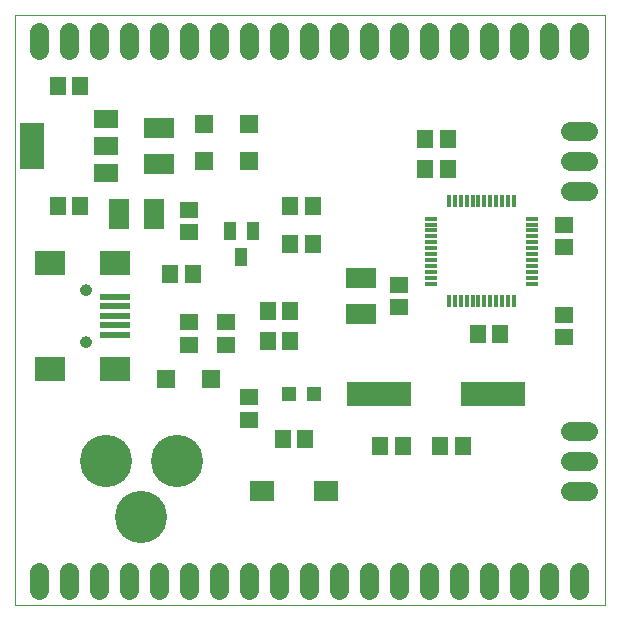
<source format=gts>
G75*
G70*
%OFA0B0*%
%FSLAX24Y24*%
%IPPOS*%
%LPD*%
%AMOC8*
5,1,8,0,0,1.08239X$1,22.5*
%
%ADD10C,0.0000*%
%ADD11R,0.0119X0.0434*%
%ADD12R,0.0434X0.0119*%
%ADD13C,0.0640*%
%ADD14R,0.0830X0.0630*%
%ADD15R,0.0830X0.1540*%
%ADD16R,0.1024X0.0237*%
%ADD17R,0.1024X0.0827*%
%ADD18C,0.0394*%
%ADD19C,0.1740*%
%ADD20R,0.0434X0.0591*%
%ADD21R,0.0591X0.0591*%
%ADD22R,0.2140X0.0800*%
%ADD23R,0.0552X0.0631*%
%ADD24R,0.0985X0.0670*%
%ADD25R,0.0631X0.0552*%
%ADD26R,0.0670X0.0985*%
%ADD27R,0.0512X0.0512*%
%ADD28R,0.0827X0.0670*%
D10*
X000500Y000107D02*
X000500Y019792D01*
X020185Y019792D01*
X020185Y000107D01*
X000500Y000107D01*
X002681Y008886D02*
X002683Y008912D01*
X002689Y008938D01*
X002699Y008963D01*
X002712Y008986D01*
X002728Y009006D01*
X002748Y009024D01*
X002770Y009039D01*
X002793Y009051D01*
X002819Y009059D01*
X002845Y009063D01*
X002871Y009063D01*
X002897Y009059D01*
X002923Y009051D01*
X002947Y009039D01*
X002968Y009024D01*
X002988Y009006D01*
X003004Y008986D01*
X003017Y008963D01*
X003027Y008938D01*
X003033Y008912D01*
X003035Y008886D01*
X003033Y008860D01*
X003027Y008834D01*
X003017Y008809D01*
X003004Y008786D01*
X002988Y008766D01*
X002968Y008748D01*
X002946Y008733D01*
X002923Y008721D01*
X002897Y008713D01*
X002871Y008709D01*
X002845Y008709D01*
X002819Y008713D01*
X002793Y008721D01*
X002769Y008733D01*
X002748Y008748D01*
X002728Y008766D01*
X002712Y008786D01*
X002699Y008809D01*
X002689Y008834D01*
X002683Y008860D01*
X002681Y008886D01*
X002681Y010619D02*
X002683Y010645D01*
X002689Y010671D01*
X002699Y010696D01*
X002712Y010719D01*
X002728Y010739D01*
X002748Y010757D01*
X002770Y010772D01*
X002793Y010784D01*
X002819Y010792D01*
X002845Y010796D01*
X002871Y010796D01*
X002897Y010792D01*
X002923Y010784D01*
X002947Y010772D01*
X002968Y010757D01*
X002988Y010739D01*
X003004Y010719D01*
X003017Y010696D01*
X003027Y010671D01*
X003033Y010645D01*
X003035Y010619D01*
X003033Y010593D01*
X003027Y010567D01*
X003017Y010542D01*
X003004Y010519D01*
X002988Y010499D01*
X002968Y010481D01*
X002946Y010466D01*
X002923Y010454D01*
X002897Y010446D01*
X002871Y010442D01*
X002845Y010442D01*
X002819Y010446D01*
X002793Y010454D01*
X002769Y010466D01*
X002748Y010481D01*
X002728Y010499D01*
X002712Y010519D01*
X002699Y010542D01*
X002689Y010567D01*
X002683Y010593D01*
X002681Y010619D01*
D11*
X014970Y010237D03*
X015167Y010237D03*
X015364Y010237D03*
X015561Y010237D03*
X015758Y010237D03*
X015955Y010237D03*
X016152Y010237D03*
X016348Y010237D03*
X016545Y010237D03*
X016742Y010237D03*
X016939Y010237D03*
X017136Y010237D03*
X017136Y013583D03*
X016939Y013583D03*
X016742Y013583D03*
X016545Y013583D03*
X016348Y013583D03*
X016152Y013583D03*
X015955Y013583D03*
X015758Y013583D03*
X015561Y013583D03*
X015364Y013583D03*
X015167Y013583D03*
X014970Y013583D03*
D12*
X014380Y012993D03*
X014380Y012796D03*
X014380Y012599D03*
X014380Y012402D03*
X014380Y012205D03*
X014380Y012008D03*
X014380Y011812D03*
X014380Y011615D03*
X014380Y011418D03*
X014380Y011221D03*
X014380Y011024D03*
X014380Y010827D03*
X017726Y010827D03*
X017726Y011024D03*
X017726Y011221D03*
X017726Y011418D03*
X017726Y011615D03*
X017726Y011812D03*
X017726Y012008D03*
X017726Y012205D03*
X017726Y012402D03*
X017726Y012599D03*
X017726Y012796D03*
X017726Y012993D03*
D13*
X019003Y013910D02*
X019603Y013910D01*
X019603Y014910D02*
X019003Y014910D01*
X019003Y015910D02*
X019603Y015910D01*
X019303Y018610D02*
X019303Y019210D01*
X018303Y019210D02*
X018303Y018610D01*
X017303Y018610D02*
X017303Y019210D01*
X016303Y019210D02*
X016303Y018610D01*
X015303Y018610D02*
X015303Y019210D01*
X014303Y019210D02*
X014303Y018610D01*
X013303Y018610D02*
X013303Y019210D01*
X012303Y019210D02*
X012303Y018610D01*
X011303Y018610D02*
X011303Y019210D01*
X010303Y019210D02*
X010303Y018610D01*
X009303Y018610D02*
X009303Y019210D01*
X008303Y019210D02*
X008303Y018610D01*
X007303Y018610D02*
X007303Y019210D01*
X006303Y019210D02*
X006303Y018610D01*
X005303Y018610D02*
X005303Y019210D01*
X004303Y019210D02*
X004303Y018610D01*
X003303Y018610D02*
X003303Y019210D01*
X002303Y019210D02*
X002303Y018610D01*
X001303Y018610D02*
X001303Y019210D01*
X019003Y005910D02*
X019603Y005910D01*
X019603Y004910D02*
X019003Y004910D01*
X019003Y003910D02*
X019603Y003910D01*
X019303Y001210D02*
X019303Y000610D01*
X018303Y000610D02*
X018303Y001210D01*
X017303Y001210D02*
X017303Y000610D01*
X016303Y000610D02*
X016303Y001210D01*
X015303Y001210D02*
X015303Y000610D01*
X014303Y000610D02*
X014303Y001210D01*
X013303Y001210D02*
X013303Y000610D01*
X012303Y000610D02*
X012303Y001210D01*
X011303Y001210D02*
X011303Y000610D01*
X010303Y000610D02*
X010303Y001210D01*
X009303Y001210D02*
X009303Y000610D01*
X008303Y000610D02*
X008303Y001210D01*
X007303Y001210D02*
X007303Y000610D01*
X006303Y000610D02*
X006303Y001210D01*
X005303Y001210D02*
X005303Y000610D01*
X004303Y000610D02*
X004303Y001210D01*
X003303Y001210D02*
X003303Y000610D01*
X002303Y000610D02*
X002303Y001210D01*
X001303Y001210D02*
X001303Y000610D01*
D14*
X003543Y014520D03*
X003543Y015420D03*
X003543Y016320D03*
D15*
X001063Y015410D03*
D16*
X003843Y010382D03*
X003843Y010067D03*
X003843Y009753D03*
X003843Y009438D03*
X003843Y009123D03*
D17*
X003843Y007981D03*
X001677Y007981D03*
X001677Y011524D03*
X003843Y011524D03*
D18*
X002858Y010619D03*
X002858Y008886D03*
D19*
X003531Y004910D03*
X004713Y003060D03*
X005894Y004910D03*
D20*
X008053Y011727D03*
X007679Y012593D03*
X008427Y012593D03*
D21*
X008301Y014910D03*
X008301Y016160D03*
X006805Y016160D03*
X006805Y014910D03*
X007051Y007660D03*
X005555Y007660D03*
D22*
X012653Y007160D03*
X016453Y007160D03*
D23*
X015427Y005410D03*
X014679Y005410D03*
X013427Y005410D03*
X012679Y005410D03*
X010177Y005660D03*
X009429Y005660D03*
X009677Y008910D03*
X008929Y008910D03*
X008929Y009910D03*
X009677Y009910D03*
X009679Y012160D03*
X010427Y012160D03*
X010427Y013410D03*
X009679Y013410D03*
X006427Y011160D03*
X005679Y011160D03*
X002677Y013410D03*
X001929Y013410D03*
X001929Y017410D03*
X002677Y017410D03*
X014179Y015660D03*
X014927Y015660D03*
X014927Y014660D03*
X014179Y014660D03*
X015929Y009160D03*
X016677Y009160D03*
D24*
X012053Y009819D03*
X012053Y011001D03*
X005303Y014819D03*
X005303Y016001D03*
D25*
X006303Y013284D03*
X006303Y012536D03*
X006303Y009534D03*
X006303Y008786D03*
X007553Y008786D03*
X007553Y009534D03*
X008303Y007034D03*
X008303Y006286D03*
X013303Y010036D03*
X013303Y010784D03*
X018803Y009784D03*
X018803Y009036D03*
X018803Y012036D03*
X018803Y012784D03*
D26*
X005144Y013160D03*
X003963Y013160D03*
D27*
X009640Y007160D03*
X010467Y007160D03*
D28*
X010866Y003910D03*
X008740Y003910D03*
M02*

</source>
